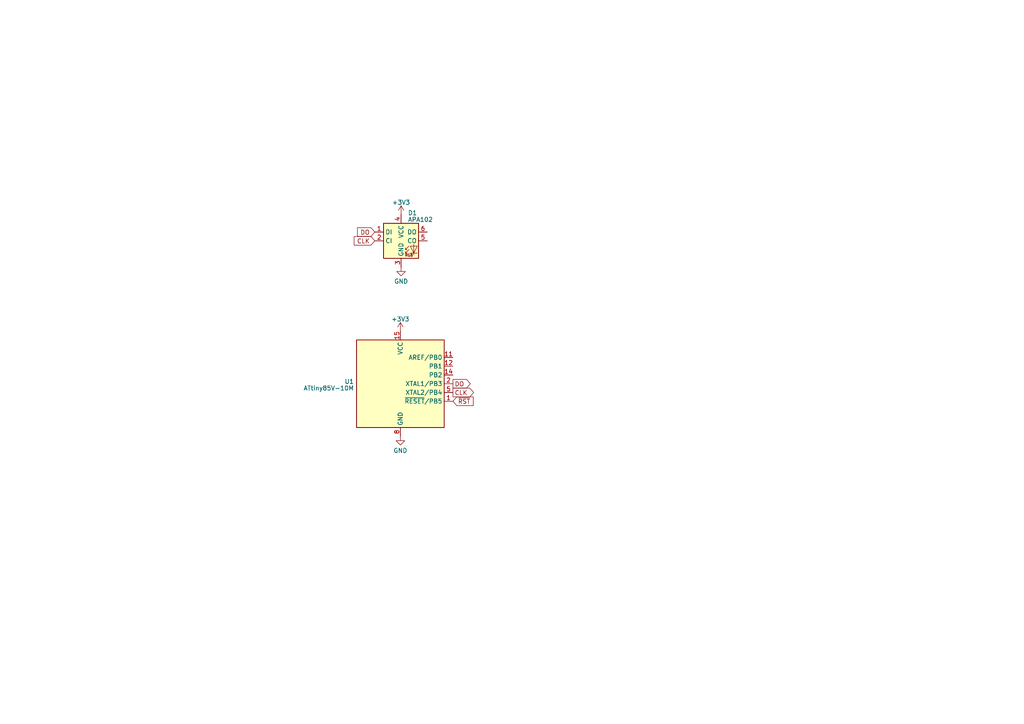
<source format=kicad_sch>
(kicad_sch (version 20230121) (generator eeschema)
  (paper "A4")
  (lib_symbols
    (symbol "LED:APA102"
      (property "Reference" "D" (at 5.08 5.715 0))
      (property "Value" "APA102" (at 1.27 -5.715 0))
      (symbol "APA102_0_0"
        (text "RGB" (at 2.286 -4.191 0) (effects (font (size 0.762 0.762))))
      )
      (symbol "APA102_0_1"
        (polyline (pts (xy 1.27 -3.556) (xy 1.778 -3.556)))
        (polyline (pts (xy 1.27 -2.54) (xy 1.778 -2.54)))
        (polyline (pts (xy 4.699 -3.556) (xy 2.667 -3.556)))
        (polyline (pts (xy 2.286 -2.54) (xy 1.27 -3.556) (xy 1.27 -3.048)))
        (polyline (pts (xy 2.286 -1.524) (xy 1.27 -2.54) (xy 1.27 -2.032)))
        (polyline (pts (xy 3.683 -1.016) (xy 3.683 -3.556) (xy 3.683 -4.064)))
        (polyline (pts (xy 4.699 -1.524) (xy 2.667 -1.524) (xy 3.683 -3.556) (xy 4.699 -1.524)))
        (rectangle (start 5.08 5.08) (end -5.08 -5.08) (stroke (width 0.254)) (fill (type background)))
      )
      (symbol "APA102_1_1"
        (pin input line (at -7.62 2.54 0) (length 2.54) (name "DI") (number "1"))
        (pin input line (at -7.62 0 0) (length 2.54) (name "CI") (number "2"))
        (pin power_in line (at 0 -7.62 90) (length 2.54) (name "GND") (number "3"))
        (pin power_in line (at 0 7.62 270) (length 2.54) (name "VCC") (number "4"))
        (pin output line (at 7.62 0 180) (length 2.54) (name "CO") (number "5"))
        (pin output line (at 7.62 2.54 180) (length 2.54) (name "DO") (number "6"))
      )
    )
    (symbol "MCU_Microchip_ATtiny:ATtiny85V-10M"
      (property "Reference" "U" (at -12.7 13.97 0))
      (property "Value" "ATtiny85V-10M" (at 2.54 -13.97 0))
      (symbol "ATtiny85V-10M_0_1"
        (rectangle (start -12.7 -12.7) (end 12.7 12.7) (stroke (width 0.254)) (fill (type background)))
      )
      (symbol "ATtiny85V-10M_1_1"
        (pin bidirectional line (at 15.24 -5.08 180) (length 2.54) (name "~{RESET}/PB5") (number "1"))
        (pin no_connect line (at -12.7 -2.54 0) (length 2.54) hide (name "NC") (number "10"))
        (pin bidirectional line (at 15.24 7.62 180) (length 2.54) (name "AREF/PB0") (number "11"))
        (pin bidirectional line (at 15.24 5.08 180) (length 2.54) (name "PB1") (number "12"))
        (pin no_connect line (at -12.7 -5.08 0) (length 2.54) hide (name "NC") (number "13"))
        (pin bidirectional line (at 15.24 2.54 180) (length 2.54) (name "PB2") (number "14"))
        (pin power_in line (at 0 15.24 270) (length 2.54) (name "VCC") (number "15"))
        (pin no_connect line (at -12.7 -7.62 0) (length 2.54) hide (name "NC") (number "16"))
        (pin no_connect line (at -12.7 -10.16 0) (length 2.54) hide (name "NC") (number "17"))
        (pin no_connect line (at -7.62 -12.7 90) (length 2.54) hide (name "NC") (number "18"))
        (pin no_connect line (at -5.08 -12.7 90) (length 2.54) hide (name "NC") (number "19"))
        (pin bidirectional line (at 15.24 0 180) (length 2.54) (name "XTAL1/PB3") (number "2"))
        (pin no_connect line (at -2.54 -12.7 90) (length 2.54) hide (name "NC") (number "20"))
        (pin passive line (at 0 -15.24 90) (length 2.54) hide (name "GND") (number "21"))
        (pin no_connect line (at -12.7 10.16 0) (length 2.54) hide (name "NC") (number "3"))
        (pin no_connect line (at -12.7 7.62 0) (length 2.54) hide (name "NC") (number "4"))
        (pin bidirectional line (at 15.24 -2.54 180) (length 2.54) (name "XTAL2/PB4") (number "5"))
        (pin no_connect line (at -12.7 5.08 0) (length 2.54) hide (name "NC") (number "6"))
        (pin no_connect line (at -12.7 2.54 0) (length 2.54) hide (name "NC") (number "7"))
        (pin power_in line (at 0 -15.24 90) (length 2.54) (name "GND") (number "8"))
        (pin no_connect line (at -12.7 0 0) (length 2.54) hide (name "NC") (number "9"))
      )
    )
    (symbol "power:+3V3" (power) (pin_names (offset 0))
      (property "Value" "+3V3" (at 0 3.556 0))
      (symbol "+3V3_0_1"
        (polyline (pts (xy -0.762 1.27) (xy 0 2.54)))
        (polyline (pts (xy 0 0) (xy 0 2.54)))
        (polyline (pts (xy 0 2.54) (xy 0.762 1.27)))
      )
      (symbol "+3V3_1_1"
        (pin power_in line (at 0 0 90) (length 0) hide (name "+3V3") (number "1"))
      )
    )
    (symbol "power:GND" (power) (pin_names (offset 0))
      (property "Value" "GND" (at 0 -3.81 0))
      (symbol "GND_0_1"
        (polyline (pts (xy 0 0) (xy 0 -1.27) (xy 1.27 -1.27) (xy 0 -2.54) (xy -1.27 -1.27) (xy 0 -1.27)))
      )
      (symbol "GND_1_1"
        (pin power_in line (at 0 0 270) (length 0) hide (name "GND") (number "1"))
      )
    )
  )
  (global_label "DO" (shape output) (at 131.3688 111.3028 0) (property "Intersheetrefs" "${INTERSHEET_REFS}" (effects hide)))
  (global_label "DO" (shape input) (at 108.712 67.31 180) (property "Intersheetrefs" "${INTERSHEET_REFS}" (effects hide)))
  (global_label "CLK" (shape input) (at 108.712 69.85 180) (property "Intersheetrefs" "${INTERSHEET_REFS}" (effects hide)))
  (global_label "CLK" (shape output) (at 131.3688 113.8428 0) (property "Intersheetrefs" "${INTERSHEET_REFS}" (effects hide)))
  (global_label "~{RST}" (shape input) (at 131.3688 116.3828 0) (property "Intersheetrefs" "${INTERSHEET_REFS}" (effects hide)))
  (symbol (lib_id "power:GND") (at 116.1288 126.5428 0) (unit 1)
    (property "Reference" "#PWR02" (effects hide))
    (property "Value" "GND" (at 116.1288 130.6783 0))
  )
  (symbol (lib_id "power:+3V3") (at 116.1288 96.0628 0) (unit 1)
    (property "Reference" "#PWR01" (effects hide))
    (property "Value" "+3V3" (at 116.1288 92.5609 0))
  )
  (symbol (lib_id "power:GND") (at 116.332 77.47 0) (unit 1)
    (property "Reference" "#PWR03" (effects hide))
    (property "Value" "GND" (at 116.332 81.6055 0))
  )
  (symbol (lib_id "MCU_Microchip_ATtiny:ATtiny85V-10M") (at 116.1288 111.3028 0) (unit 1)
    (property "Reference" "U1" (at 102.6669 110.6591 0) (effects (justify right)))
    (property "Value" "ATtiny85V-10M" (at 102.6669 112.5801 0) (effects (justify right)))
    (property "Footprint" "Package_DFN_QFN:QFN-20-1EP_4x4mm_P0.5mm_EP2.6x2.6mm" (effects hide))
    (property "Datasheet" "http://ww1.microchip.com/downloads/en/DeviceDoc/atmel-2586-avr-8-bit-microcontroller-attiny25-attiny45-attiny85_datasheet.pdf" (effects hide))
  )
  (symbol (lib_id "power:+3V3") (at 116.332 62.23 0) (unit 1)
    (property "Reference" "#PWR04" (effects hide))
    (property "Value" "+3V3" (at 116.332 58.7281 0))
  )
  (symbol (lib_id "LED:APA102") (at 116.332 69.85 0) (unit 1)
    (property "Reference" "D1" (at 118.2879 61.7601 0) (effects (justify left)))
    (property "Value" "APA102" (at 118.2879 63.6811 0) (effects (justify left)))
    (property "Footprint" "LED_SMD:LED_RGB_5050-6" (effects hide))
    (property "Datasheet" "http://www.led-color.com/upload/201506/APA102%20LED.pdf" (effects hide))
  )
)
</source>
